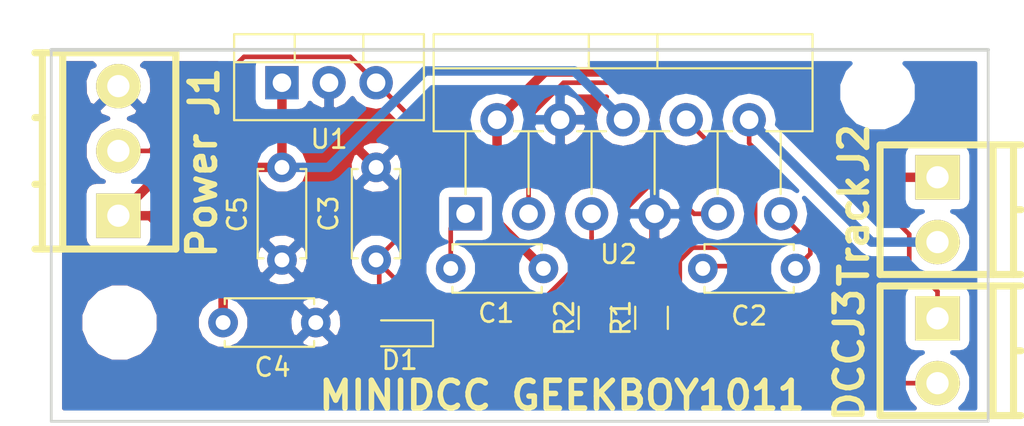
<source format=kicad_pcb>
(kicad_pcb (version 20170922) (host pcbnew "(2017-11-09 revision 87d06e526)-makepkg")

  (general
    (thickness 1.6)
    (drawings 5)
    (tracks 76)
    (zones 0)
    (modules 15)
    (nets 12)
  )

  (page A4)
  (layers
    (0 F.Cu signal)
    (31 B.Cu signal)
    (32 B.Adhes user)
    (33 F.Adhes user)
    (34 B.Paste user)
    (35 F.Paste user)
    (36 B.SilkS user)
    (37 F.SilkS user)
    (38 B.Mask user)
    (39 F.Mask user)
    (40 Dwgs.User user)
    (41 Cmts.User user)
    (42 Eco1.User user)
    (43 Eco2.User user)
    (44 Edge.Cuts user)
    (45 Margin user)
    (46 B.CrtYd user)
    (47 F.CrtYd user)
    (48 B.Fab user hide)
    (49 F.Fab user hide)
  )

  (setup
    (last_trace_width 0.25)
    (trace_clearance 0.2)
    (zone_clearance 0.508)
    (zone_45_only no)
    (trace_min 0.2)
    (segment_width 0.2)
    (edge_width 0.15)
    (via_size 0.8)
    (via_drill 0.4)
    (via_min_size 0.4)
    (via_min_drill 0.3)
    (uvia_size 0.3)
    (uvia_drill 0.1)
    (uvias_allowed no)
    (uvia_min_size 0.2)
    (uvia_min_drill 0.1)
    (pcb_text_width 0.3)
    (pcb_text_size 1.5 1.5)
    (mod_edge_width 0.15)
    (mod_text_size 1 1)
    (mod_text_width 0.15)
    (pad_size 1.524 1.524)
    (pad_drill 0.762)
    (pad_to_mask_clearance 0.2)
    (aux_axis_origin 0 0)
    (visible_elements FFFFFF7F)
    (pcbplotparams
      (layerselection 0x010fc_ffffffff)
      (usegerberextensions false)
      (usegerberattributes true)
      (usegerberadvancedattributes true)
      (creategerberjobfile true)
      (excludeedgelayer true)
      (linewidth 0.100000)
      (plotframeref false)
      (viasonmask false)
      (mode 1)
      (useauxorigin false)
      (hpglpennumber 1)
      (hpglpenspeed 20)
      (hpglpendiameter 15)
      (psnegative false)
      (psa4output false)
      (plotreference true)
      (plotvalue true)
      (plotinvisibletext false)
      (padsonsilk false)
      (subtractmaskfromsilk false)
      (outputformat 1)
      (mirror false)
      (drillshape 1)
      (scaleselection 1)
      (outputdirectory ""))
  )

  (net 0 "")
  (net 1 /Track1)
  (net 2 "Net-(C1-Pad1)")
  (net 3 "Net-(C2-Pad1)")
  (net 4 /Track2)
  (net 5 GND)
  (net 6 +5V)
  (net 7 +12V)
  (net 8 "Net-(R2-Pad2)")
  (net 9 /Current_Sense)
  (net 10 /Direction)
  (net 11 "Net-(D1-Pad1)")

  (net_class Default "This is the default net class."
    (clearance 0.2)
    (trace_width 0.25)
    (via_dia 0.8)
    (via_drill 0.4)
    (uvia_dia 0.3)
    (uvia_drill 0.1)
    (add_net +5V)
    (add_net /Current_Sense)
    (add_net /Direction)
    (add_net GND)
    (add_net "Net-(C1-Pad1)")
    (add_net "Net-(C2-Pad1)")
    (add_net "Net-(D1-Pad1)")
    (add_net "Net-(R2-Pad2)")
  )

  (net_class +12 ""
    (clearance 0.2)
    (trace_width 0.508)
    (via_dia 0.8)
    (via_drill 0.4)
    (uvia_dia 0.3)
    (uvia_drill 0.1)
    (add_net +12V)
    (add_net /Track1)
    (add_net /Track2)
  )

  (module w_conn_pt-1,5:pt_1,5-3-3,5-h (layer F.Cu) (tedit 0) (tstamp 5A30298D)
    (at 79.121 81.661 270)
    (descr "3-way 3.5mm pitch terminal block, Phoenix PT series")
    (path /5A2D97C5)
    (fp_text reference J1 (at -3.175 -5.334 270) (layer F.SilkS)
      (effects (font (size 1.5 1.5) (thickness 0.3)))
    )
    (fp_text value Power (at 2.413 -5.207 270) (layer F.SilkS)
      (effects (font (size 1.5 1.5) (thickness 0.3)))
    )
    (fp_line (start -1.8 3.4) (end -1.8 3.8) (layer F.SilkS) (width 0.381))
    (fp_line (start 1.8 3.4) (end 1.8 3.8) (layer F.SilkS) (width 0.381))
    (fp_line (start -5.3 2.3) (end 5.3 2.3) (layer F.SilkS) (width 0.381))
    (fp_line (start -5.3 3.4) (end 5.3 3.4) (layer F.SilkS) (width 0.381))
    (fp_line (start -5.3 -3.8) (end -5.3 3.8) (layer F.SilkS) (width 0.381))
    (fp_line (start 5.3 3.8) (end 5.3 -3.8) (layer F.SilkS) (width 0.381))
    (fp_line (start 5.3 -3.8) (end -5.3 -3.8) (layer F.SilkS) (width 0.381))
    (pad 2 thru_hole circle (at 0 -0.7 270) (size 2.4 2.4) (drill 1.2) (layers *.Cu *.Mask F.SilkS)
      (net 6 +5V))
    (pad 1 thru_hole rect (at 3.5 -0.7 270) (size 2.4 2.4) (drill 1.2) (layers *.Cu *.Mask F.SilkS)
      (net 7 +12V))
    (pad 3 thru_hole circle (at -3.5 -0.7 270) (size 2.4 2.4) (drill 1.2) (layers *.Cu *.Mask F.SilkS)
      (net 5 GND))
    (model walter/conn_pt-1_5/pt_1,5-3-3,5-h.wrl
      (at (xyz 0 0 0))
      (scale (xyz 1 1 1))
      (rotate (xyz 0 0 0))
    )
    (model ${KISYS3DMOD}/conn_pt-1_5.3dshapes/pt_1,5-3-3,5-h.wrl
      (at (xyz 0 0 0))
      (scale (xyz 1 1 1))
      (rotate (xyz 0 0 0))
    )
  )

  (module TO_SOT_Packages_THT:TO-220-11_Vertical_StaggeredType1 (layer F.Cu) (tedit 58CE52AC) (tstamp 5A2FD728)
    (at 98.552 85.058)
    (descr "TO-220-11, Vertical, RM 1.7mm, Multiwatt-11, staggered type-1")
    (tags "TO-220-11 Vertical RM 1.7mm Multiwatt-11 staggered type-1")
    (path /598F37E3)
    (fp_text reference U2 (at 8.255 2.191) (layer F.SilkS)
      (effects (font (size 1 1) (thickness 0.15)))
    )
    (fp_text value LMD18200T (at 19.558 -4.032 90) (layer F.Fab)
      (effects (font (size 1 1) (thickness 0.15)))
    )
    (fp_line (start 18.85 -9.83) (end -1.85 -9.83) (layer F.CrtYd) (width 0.05))
    (fp_line (start 18.85 1.16) (end 18.85 -9.83) (layer F.CrtYd) (width 0.05))
    (fp_line (start -1.85 1.16) (end 18.85 1.16) (layer F.CrtYd) (width 0.05))
    (fp_line (start -1.85 -9.83) (end -1.85 1.16) (layer F.CrtYd) (width 0.05))
    (fp_line (start 17 -4.459) (end 17 -1.065) (layer F.SilkS) (width 0.12))
    (fp_line (start 13.6 -4.459) (end 13.6 -1.065) (layer F.SilkS) (width 0.12))
    (fp_line (start 10.2 -4.459) (end 10.2 -1.065) (layer F.SilkS) (width 0.12))
    (fp_line (start 6.8 -4.459) (end 6.8 -1.065) (layer F.SilkS) (width 0.12))
    (fp_line (start 3.4 -4.459) (end 3.4 -1.065) (layer F.SilkS) (width 0.12))
    (fp_line (start 0 -4.459) (end 0 -1.05) (layer F.SilkS) (width 0.12))
    (fp_line (start 10.35 -9.7) (end 10.35 -7.86) (layer F.SilkS) (width 0.12))
    (fp_line (start 6.65 -9.7) (end 6.65 -7.86) (layer F.SilkS) (width 0.12))
    (fp_line (start -1.72 -7.86) (end 18.72 -7.86) (layer F.SilkS) (width 0.12))
    (fp_line (start 18.72 -9.7) (end 18.72 -4.459) (layer F.SilkS) (width 0.12))
    (fp_line (start -1.72 -9.7) (end -1.72 -4.459) (layer F.SilkS) (width 0.12))
    (fp_line (start 16.225 -4.459) (end 18.72 -4.459) (layer F.SilkS) (width 0.12))
    (fp_line (start 12.825 -4.459) (end 14.376 -4.459) (layer F.SilkS) (width 0.12))
    (fp_line (start 9.425 -4.459) (end 10.976 -4.459) (layer F.SilkS) (width 0.12))
    (fp_line (start 6.025 -4.459) (end 7.576 -4.459) (layer F.SilkS) (width 0.12))
    (fp_line (start 2.625 -4.459) (end 4.176 -4.459) (layer F.SilkS) (width 0.12))
    (fp_line (start -1.72 -4.459) (end 0.776 -4.459) (layer F.SilkS) (width 0.12))
    (fp_line (start -1.72 -9.7) (end 18.72 -9.7) (layer F.SilkS) (width 0.12))
    (fp_line (start 17 -4.58) (end 17 0) (layer F.Fab) (width 0.1))
    (fp_line (start 13.6 -4.58) (end 13.6 0) (layer F.Fab) (width 0.1))
    (fp_line (start 10.2 -4.58) (end 10.2 0) (layer F.Fab) (width 0.1))
    (fp_line (start 6.8 -4.58) (end 6.8 0) (layer F.Fab) (width 0.1))
    (fp_line (start 3.4 -4.58) (end 3.4 0) (layer F.Fab) (width 0.1))
    (fp_line (start 0 -4.58) (end 0 0) (layer F.Fab) (width 0.1))
    (fp_line (start 10.35 -9.58) (end 10.35 -7.98) (layer F.Fab) (width 0.1))
    (fp_line (start 6.65 -9.58) (end 6.65 -7.98) (layer F.Fab) (width 0.1))
    (fp_line (start -1.6 -7.98) (end 18.6 -7.98) (layer F.Fab) (width 0.1))
    (fp_line (start 18.6 -9.58) (end -1.6 -9.58) (layer F.Fab) (width 0.1))
    (fp_line (start 18.6 -4.58) (end 18.6 -9.58) (layer F.Fab) (width 0.1))
    (fp_line (start -1.6 -4.58) (end 18.6 -4.58) (layer F.Fab) (width 0.1))
    (fp_line (start -1.6 -9.58) (end -1.6 -4.58) (layer F.Fab) (width 0.1))
    (fp_text user %R (at 8.5 -10.7) (layer F.Fab)
      (effects (font (size 1 1) (thickness 0.15)))
    )
    (pad 11 thru_hole oval (at 17 0) (size 1.8 1.8) (drill 1) (layers *.Cu *.Mask)
      (net 3 "Net-(C2-Pad1)"))
    (pad 10 thru_hole oval (at 15.3 -5.08) (size 1.8 1.8) (drill 1) (layers *.Cu *.Mask)
      (net 4 /Track2))
    (pad 9 thru_hole oval (at 13.6 0) (size 1.8 1.8) (drill 1) (layers *.Cu *.Mask)
      (net 8 "Net-(R2-Pad2)"))
    (pad 8 thru_hole oval (at 11.9 -5.08) (size 1.8 1.8) (drill 1) (layers *.Cu *.Mask)
      (net 9 /Current_Sense))
    (pad 7 thru_hole oval (at 10.2 0) (size 1.8 1.8) (drill 1) (layers *.Cu *.Mask)
      (net 5 GND))
    (pad 6 thru_hole oval (at 8.5 -5.08) (size 1.8 1.8) (drill 1) (layers *.Cu *.Mask)
      (net 7 +12V))
    (pad 5 thru_hole oval (at 6.8 0) (size 1.8 1.8) (drill 1) (layers *.Cu *.Mask)
      (net 6 +5V))
    (pad 4 thru_hole oval (at 5.1 -5.08) (size 1.8 1.8) (drill 1) (layers *.Cu *.Mask)
      (net 5 GND))
    (pad 3 thru_hole oval (at 3.4 0) (size 1.8 1.8) (drill 1) (layers *.Cu *.Mask)
      (net 10 /Direction))
    (pad 2 thru_hole oval (at 1.7 -5.08) (size 1.8 1.8) (drill 1) (layers *.Cu *.Mask)
      (net 1 /Track1))
    (pad 1 thru_hole rect (at 0 0) (size 1.8 1.8) (drill 1) (layers *.Cu *.Mask)
      (net 2 "Net-(C1-Pad1)"))
    (model ${KISYS3DMOD}/TO_SOT_Packages_THT.3dshapes/TO-220-11_Vertical_StaggeredType1.wrl
      (at (xyz 0 0 0))
      (scale (xyz 1 1 1))
      (rotate (xyz 0 0 0))
    )
    (model ${KISYS3DMOD}/TO_SOT_Packages_THT.3dshapes/Multiwatt-11_Vertical_StaggeredType1.wrl
      (at (xyz 0 0 0))
      (scale (xyz 1 1 1))
      (rotate (xyz 0 0 0))
    )
  )

  (module Capacitors_THT:C_Disc_D4.7mm_W2.5mm_P5.00mm (layer F.Cu) (tedit 597BC7C2) (tstamp 5A2FDB9E)
    (at 116.352 88.011 180)
    (descr "C, Disc series, Radial, pin pitch=5.00mm, , diameter*width=4.7*2.5mm^2, Capacitor, http://www.vishay.com/docs/45233/krseries.pdf")
    (tags "C Disc series Radial pin pitch 5.00mm  diameter 4.7mm width 2.5mm Capacitor")
    (path /598F39E1)
    (fp_text reference C2 (at 2.5 -2.56 180) (layer F.SilkS)
      (effects (font (size 1 1) (thickness 0.15)))
    )
    (fp_text value 10nf (at 2.5 2.56 180) (layer F.Fab)
      (effects (font (size 1 1) (thickness 0.15)))
    )
    (fp_line (start 0.15 -1.25) (end 0.15 1.25) (layer F.Fab) (width 0.1))
    (fp_line (start 0.15 1.25) (end 4.85 1.25) (layer F.Fab) (width 0.1))
    (fp_line (start 4.85 1.25) (end 4.85 -1.25) (layer F.Fab) (width 0.1))
    (fp_line (start 4.85 -1.25) (end 0.15 -1.25) (layer F.Fab) (width 0.1))
    (fp_line (start 0.09 -1.31) (end 4.91 -1.31) (layer F.SilkS) (width 0.12))
    (fp_line (start 0.09 1.31) (end 4.91 1.31) (layer F.SilkS) (width 0.12))
    (fp_line (start 0.09 -1.31) (end 0.09 -0.996) (layer F.SilkS) (width 0.12))
    (fp_line (start 0.09 0.996) (end 0.09 1.31) (layer F.SilkS) (width 0.12))
    (fp_line (start 4.91 -1.31) (end 4.91 -0.996) (layer F.SilkS) (width 0.12))
    (fp_line (start 4.91 0.996) (end 4.91 1.31) (layer F.SilkS) (width 0.12))
    (fp_line (start -1.05 -1.6) (end -1.05 1.6) (layer F.CrtYd) (width 0.05))
    (fp_line (start -1.05 1.6) (end 6.05 1.6) (layer F.CrtYd) (width 0.05))
    (fp_line (start 6.05 1.6) (end 6.05 -1.6) (layer F.CrtYd) (width 0.05))
    (fp_line (start 6.05 -1.6) (end -1.05 -1.6) (layer F.CrtYd) (width 0.05))
    (fp_text user %R (at 2.5 0 180) (layer F.Fab)
      (effects (font (size 1 1) (thickness 0.15)))
    )
    (pad 1 thru_hole circle (at 0 0 180) (size 1.6 1.6) (drill 0.8) (layers *.Cu *.Mask)
      (net 3 "Net-(C2-Pad1)"))
    (pad 2 thru_hole circle (at 5 0 180) (size 1.6 1.6) (drill 0.8) (layers *.Cu *.Mask)
      (net 4 /Track2))
    (model ${KISYS3DMOD}/Capacitors_THT.3dshapes/C_Disc_D4.7mm_W2.5mm_P5.00mm.wrl
      (at (xyz 0 0 0))
      (scale (xyz 1 1 1))
      (rotate (xyz 0 0 0))
    )
  )

  (module Mounting_Holes:MountingHole_3mm (layer F.Cu) (tedit 5A2F3051) (tstamp 5A30272F)
    (at 79.883 90.932)
    (descr "Mounting Hole 3mm, no annular")
    (tags "mounting hole 3mm no annular")
    (attr virtual)
    (fp_text reference "" (at -6.223 -2.286) (layer F.SilkS)
      (effects (font (size 1 1) (thickness 0.15)))
    )
    (fp_text value MountingHole_3mm (at 0 4) (layer F.Fab)
      (effects (font (size 1 1) (thickness 0.15)))
    )
    (fp_circle (center 0 0) (end 3.25 0) (layer F.CrtYd) (width 0.05))
    (fp_circle (center 0 0) (end 3 0) (layer Cmts.User) (width 0.15))
    (fp_text user %R (at 0.3 0) (layer F.Fab)
      (effects (font (size 1 1) (thickness 0.15)))
    )
    (pad 1 np_thru_hole circle (at 0 0) (size 3 3) (drill 3) (layers *.Cu *.Mask))
  )

  (module Mounting_Holes:MountingHole_3mm (layer F.Cu) (tedit 5A2F3057) (tstamp 5A30257A)
    (at 120.777 78.486)
    (descr "Mounting Hole 3mm, no annular")
    (tags "mounting hole 3mm no annular")
    (attr virtual)
    (fp_text reference "" (at 0 -4) (layer F.SilkS)
      (effects (font (size 1 1) (thickness 0.15)))
    )
    (fp_text value MountingHole_3mm (at 0 4) (layer F.Fab)
      (effects (font (size 1 1) (thickness 0.15)))
    )
    (fp_text user %R (at 0.3 0) (layer F.Fab)
      (effects (font (size 1 1) (thickness 0.15)))
    )
    (fp_circle (center 0 0) (end 3 0) (layer Cmts.User) (width 0.15))
    (fp_circle (center 0 0) (end 3.25 0) (layer F.CrtYd) (width 0.05))
    (pad 1 np_thru_hole circle (at 0 0) (size 3 3) (drill 3) (layers *.Cu *.Mask))
  )

  (module Capacitors_THT:C_Disc_D4.7mm_W2.5mm_P5.00mm (layer F.Cu) (tedit 597BC7C2) (tstamp 5A2FDC03)
    (at 97.752 88.011)
    (descr "C, Disc series, Radial, pin pitch=5.00mm, , diameter*width=4.7*2.5mm^2, Capacitor, http://www.vishay.com/docs/45233/krseries.pdf")
    (tags "C Disc series Radial pin pitch 5.00mm  diameter 4.7mm width 2.5mm Capacitor")
    (path /598F399B)
    (fp_text reference C1 (at 2.451 2.413) (layer F.SilkS)
      (effects (font (size 1 1) (thickness 0.15)))
    )
    (fp_text value 10nf (at 2.5 2.56) (layer F.Fab)
      (effects (font (size 1 1) (thickness 0.15)))
    )
    (fp_text user %R (at 2.5 0) (layer F.Fab)
      (effects (font (size 1 1) (thickness 0.15)))
    )
    (fp_line (start 6.05 -1.6) (end -1.05 -1.6) (layer F.CrtYd) (width 0.05))
    (fp_line (start 6.05 1.6) (end 6.05 -1.6) (layer F.CrtYd) (width 0.05))
    (fp_line (start -1.05 1.6) (end 6.05 1.6) (layer F.CrtYd) (width 0.05))
    (fp_line (start -1.05 -1.6) (end -1.05 1.6) (layer F.CrtYd) (width 0.05))
    (fp_line (start 4.91 0.996) (end 4.91 1.31) (layer F.SilkS) (width 0.12))
    (fp_line (start 4.91 -1.31) (end 4.91 -0.996) (layer F.SilkS) (width 0.12))
    (fp_line (start 0.09 0.996) (end 0.09 1.31) (layer F.SilkS) (width 0.12))
    (fp_line (start 0.09 -1.31) (end 0.09 -0.996) (layer F.SilkS) (width 0.12))
    (fp_line (start 0.09 1.31) (end 4.91 1.31) (layer F.SilkS) (width 0.12))
    (fp_line (start 0.09 -1.31) (end 4.91 -1.31) (layer F.SilkS) (width 0.12))
    (fp_line (start 4.85 -1.25) (end 0.15 -1.25) (layer F.Fab) (width 0.1))
    (fp_line (start 4.85 1.25) (end 4.85 -1.25) (layer F.Fab) (width 0.1))
    (fp_line (start 0.15 1.25) (end 4.85 1.25) (layer F.Fab) (width 0.1))
    (fp_line (start 0.15 -1.25) (end 0.15 1.25) (layer F.Fab) (width 0.1))
    (pad 2 thru_hole circle (at 5 0) (size 1.6 1.6) (drill 0.8) (layers *.Cu *.Mask)
      (net 1 /Track1))
    (pad 1 thru_hole circle (at 0 0) (size 1.6 1.6) (drill 0.8) (layers *.Cu *.Mask)
      (net 2 "Net-(C1-Pad1)"))
    (model ${KISYS3DMOD}/Capacitors_THT.3dshapes/C_Disc_D4.7mm_W2.5mm_P5.00mm.wrl
      (at (xyz 0 0 0))
      (scale (xyz 1 1 1))
      (rotate (xyz 0 0 0))
    )
  )

  (module Capacitors_THT:C_Disc_D4.7mm_W2.5mm_P5.00mm (layer F.Cu) (tedit 597BC7C2) (tstamp 5A3017D3)
    (at 93.726 87.55 90)
    (descr "C, Disc series, Radial, pin pitch=5.00mm, , diameter*width=4.7*2.5mm^2, Capacitor, http://www.vishay.com/docs/45233/krseries.pdf")
    (tags "C Disc series Radial pin pitch 5.00mm  diameter 4.7mm width 2.5mm Capacitor")
    (path /5A2DBB14)
    (fp_text reference C3 (at 2.5 -2.56 90) (layer F.SilkS)
      (effects (font (size 1 1) (thickness 0.15)))
    )
    (fp_text value 100nf (at 2.5 2.56 90) (layer F.Fab)
      (effects (font (size 1 1) (thickness 0.15)))
    )
    (fp_text user %R (at 2.5 0 90) (layer F.Fab)
      (effects (font (size 1 1) (thickness 0.15)))
    )
    (fp_line (start 6.05 -1.6) (end -1.05 -1.6) (layer F.CrtYd) (width 0.05))
    (fp_line (start 6.05 1.6) (end 6.05 -1.6) (layer F.CrtYd) (width 0.05))
    (fp_line (start -1.05 1.6) (end 6.05 1.6) (layer F.CrtYd) (width 0.05))
    (fp_line (start -1.05 -1.6) (end -1.05 1.6) (layer F.CrtYd) (width 0.05))
    (fp_line (start 4.91 0.996) (end 4.91 1.31) (layer F.SilkS) (width 0.12))
    (fp_line (start 4.91 -1.31) (end 4.91 -0.996) (layer F.SilkS) (width 0.12))
    (fp_line (start 0.09 0.996) (end 0.09 1.31) (layer F.SilkS) (width 0.12))
    (fp_line (start 0.09 -1.31) (end 0.09 -0.996) (layer F.SilkS) (width 0.12))
    (fp_line (start 0.09 1.31) (end 4.91 1.31) (layer F.SilkS) (width 0.12))
    (fp_line (start 0.09 -1.31) (end 4.91 -1.31) (layer F.SilkS) (width 0.12))
    (fp_line (start 4.85 -1.25) (end 0.15 -1.25) (layer F.Fab) (width 0.1))
    (fp_line (start 4.85 1.25) (end 4.85 -1.25) (layer F.Fab) (width 0.1))
    (fp_line (start 0.15 1.25) (end 4.85 1.25) (layer F.Fab) (width 0.1))
    (fp_line (start 0.15 -1.25) (end 0.15 1.25) (layer F.Fab) (width 0.1))
    (pad 2 thru_hole circle (at 5 0 90) (size 1.6 1.6) (drill 0.8) (layers *.Cu *.Mask)
      (net 5 GND))
    (pad 1 thru_hole circle (at 0 0 90) (size 1.6 1.6) (drill 0.8) (layers *.Cu *.Mask)
      (net 6 +5V))
    (model ${KISYS3DMOD}/Capacitors_THT.3dshapes/C_Disc_D4.7mm_W2.5mm_P5.00mm.wrl
      (at (xyz 0 0 0))
      (scale (xyz 1 1 1))
      (rotate (xyz 0 0 0))
    )
  )

  (module Capacitors_THT:C_Disc_D4.7mm_W2.5mm_P5.00mm (layer F.Cu) (tedit 597BC7C2) (tstamp 5A3026E1)
    (at 85.471 90.932)
    (descr "C, Disc series, Radial, pin pitch=5.00mm, , diameter*width=4.7*2.5mm^2, Capacitor, http://www.vishay.com/docs/45233/krseries.pdf")
    (tags "C Disc series Radial pin pitch 5.00mm  diameter 4.7mm width 2.5mm Capacitor")
    (path /5A2DC31F)
    (fp_text reference C4 (at 2.667 2.413) (layer F.SilkS)
      (effects (font (size 1 1) (thickness 0.15)))
    )
    (fp_text value 1000uf (at 2.5 2.56) (layer F.Fab)
      (effects (font (size 1 1) (thickness 0.15)))
    )
    (fp_line (start 0.15 -1.25) (end 0.15 1.25) (layer F.Fab) (width 0.1))
    (fp_line (start 0.15 1.25) (end 4.85 1.25) (layer F.Fab) (width 0.1))
    (fp_line (start 4.85 1.25) (end 4.85 -1.25) (layer F.Fab) (width 0.1))
    (fp_line (start 4.85 -1.25) (end 0.15 -1.25) (layer F.Fab) (width 0.1))
    (fp_line (start 0.09 -1.31) (end 4.91 -1.31) (layer F.SilkS) (width 0.12))
    (fp_line (start 0.09 1.31) (end 4.91 1.31) (layer F.SilkS) (width 0.12))
    (fp_line (start 0.09 -1.31) (end 0.09 -0.996) (layer F.SilkS) (width 0.12))
    (fp_line (start 0.09 0.996) (end 0.09 1.31) (layer F.SilkS) (width 0.12))
    (fp_line (start 4.91 -1.31) (end 4.91 -0.996) (layer F.SilkS) (width 0.12))
    (fp_line (start 4.91 0.996) (end 4.91 1.31) (layer F.SilkS) (width 0.12))
    (fp_line (start -1.05 -1.6) (end -1.05 1.6) (layer F.CrtYd) (width 0.05))
    (fp_line (start -1.05 1.6) (end 6.05 1.6) (layer F.CrtYd) (width 0.05))
    (fp_line (start 6.05 1.6) (end 6.05 -1.6) (layer F.CrtYd) (width 0.05))
    (fp_line (start 6.05 -1.6) (end -1.05 -1.6) (layer F.CrtYd) (width 0.05))
    (fp_text user %R (at 2.5 0) (layer F.Fab)
      (effects (font (size 1 1) (thickness 0.15)))
    )
    (pad 1 thru_hole circle (at 0 0) (size 1.6 1.6) (drill 0.8) (layers *.Cu *.Mask)
      (net 7 +12V))
    (pad 2 thru_hole circle (at 5 0) (size 1.6 1.6) (drill 0.8) (layers *.Cu *.Mask)
      (net 5 GND))
    (model ${KISYS3DMOD}/Capacitors_THT.3dshapes/C_Disc_D4.7mm_W2.5mm_P5.00mm.wrl
      (at (xyz 0 0 0))
      (scale (xyz 1 1 1))
      (rotate (xyz 0 0 0))
    )
  )

  (module Capacitors_THT:C_Disc_D4.7mm_W2.5mm_P5.00mm (layer F.Cu) (tedit 597BC7C2) (tstamp 5A30286B)
    (at 88.646 82.55 270)
    (descr "C, Disc series, Radial, pin pitch=5.00mm, , diameter*width=4.7*2.5mm^2, Capacitor, http://www.vishay.com/docs/45233/krseries.pdf")
    (tags "C Disc series Radial pin pitch 5.00mm  diameter 4.7mm width 2.5mm Capacitor")
    (path /5A2DC812)
    (fp_text reference C5 (at 2.54 2.413 270) (layer F.SilkS)
      (effects (font (size 1 1) (thickness 0.15)))
    )
    (fp_text value 1uf (at 2.5 2.56 270) (layer F.Fab)
      (effects (font (size 1 1) (thickness 0.15)))
    )
    (fp_text user %R (at 2.5 0 270) (layer F.Fab)
      (effects (font (size 1 1) (thickness 0.15)))
    )
    (fp_line (start 6.05 -1.6) (end -1.05 -1.6) (layer F.CrtYd) (width 0.05))
    (fp_line (start 6.05 1.6) (end 6.05 -1.6) (layer F.CrtYd) (width 0.05))
    (fp_line (start -1.05 1.6) (end 6.05 1.6) (layer F.CrtYd) (width 0.05))
    (fp_line (start -1.05 -1.6) (end -1.05 1.6) (layer F.CrtYd) (width 0.05))
    (fp_line (start 4.91 0.996) (end 4.91 1.31) (layer F.SilkS) (width 0.12))
    (fp_line (start 4.91 -1.31) (end 4.91 -0.996) (layer F.SilkS) (width 0.12))
    (fp_line (start 0.09 0.996) (end 0.09 1.31) (layer F.SilkS) (width 0.12))
    (fp_line (start 0.09 -1.31) (end 0.09 -0.996) (layer F.SilkS) (width 0.12))
    (fp_line (start 0.09 1.31) (end 4.91 1.31) (layer F.SilkS) (width 0.12))
    (fp_line (start 0.09 -1.31) (end 4.91 -1.31) (layer F.SilkS) (width 0.12))
    (fp_line (start 4.85 -1.25) (end 0.15 -1.25) (layer F.Fab) (width 0.1))
    (fp_line (start 4.85 1.25) (end 4.85 -1.25) (layer F.Fab) (width 0.1))
    (fp_line (start 0.15 1.25) (end 4.85 1.25) (layer F.Fab) (width 0.1))
    (fp_line (start 0.15 -1.25) (end 0.15 1.25) (layer F.Fab) (width 0.1))
    (pad 2 thru_hole circle (at 5 0 270) (size 1.6 1.6) (drill 0.8) (layers *.Cu *.Mask)
      (net 5 GND))
    (pad 1 thru_hole circle (at 0 0 270) (size 1.6 1.6) (drill 0.8) (layers *.Cu *.Mask)
      (net 7 +12V))
    (model ${KISYS3DMOD}/Capacitors_THT.3dshapes/C_Disc_D4.7mm_W2.5mm_P5.00mm.wrl
      (at (xyz 0 0 0))
      (scale (xyz 1 1 1))
      (rotate (xyz 0 0 0))
    )
  )

  (module LEDs:LED_0805 (layer F.Cu) (tedit 59959803) (tstamp 5A301AA2)
    (at 94.996 91.514 180)
    (descr "LED 0805 smd package")
    (tags "LED led 0805 SMD smd SMT smt smdled SMDLED smtled SMTLED")
    (path /598F3BD0)
    (attr smd)
    (fp_text reference D1 (at 0 -1.45 180) (layer F.SilkS)
      (effects (font (size 1 1) (thickness 0.15)))
    )
    (fp_text value LED (at 0 1.55 180) (layer F.Fab)
      (effects (font (size 1 1) (thickness 0.15)))
    )
    (fp_text user %R (at 0 -1.25 180) (layer F.Fab)
      (effects (font (size 0.4 0.4) (thickness 0.1)))
    )
    (fp_line (start -1.95 -0.85) (end 1.95 -0.85) (layer F.CrtYd) (width 0.05))
    (fp_line (start -1.95 0.85) (end -1.95 -0.85) (layer F.CrtYd) (width 0.05))
    (fp_line (start 1.95 0.85) (end -1.95 0.85) (layer F.CrtYd) (width 0.05))
    (fp_line (start 1.95 -0.85) (end 1.95 0.85) (layer F.CrtYd) (width 0.05))
    (fp_line (start -1.8 -0.7) (end 1 -0.7) (layer F.SilkS) (width 0.12))
    (fp_line (start -1.8 0.7) (end 1 0.7) (layer F.SilkS) (width 0.12))
    (fp_line (start -1 0.6) (end -1 -0.6) (layer F.Fab) (width 0.1))
    (fp_line (start -1 -0.6) (end 1 -0.6) (layer F.Fab) (width 0.1))
    (fp_line (start 1 -0.6) (end 1 0.6) (layer F.Fab) (width 0.1))
    (fp_line (start 1 0.6) (end -1 0.6) (layer F.Fab) (width 0.1))
    (fp_line (start 0.2 -0.4) (end 0.2 0.4) (layer F.Fab) (width 0.1))
    (fp_line (start 0.2 0.4) (end -0.4 0) (layer F.Fab) (width 0.1))
    (fp_line (start -0.4 0) (end 0.2 -0.4) (layer F.Fab) (width 0.1))
    (fp_line (start -0.4 -0.4) (end -0.4 0.4) (layer F.Fab) (width 0.1))
    (fp_line (start -1.8 -0.7) (end -1.8 0.7) (layer F.SilkS) (width 0.12))
    (pad 1 smd rect (at -1.1 0) (size 1.2 1.2) (layers F.Cu F.Paste F.Mask)
      (net 11 "Net-(D1-Pad1)"))
    (pad 2 smd rect (at 1.1 0) (size 1.2 1.2) (layers F.Cu F.Paste F.Mask)
      (net 6 +5V))
    (model ${KISYS3DMOD}/LEDs.3dshapes/LED_0805.wrl
      (at (xyz 0 0 0))
      (scale (xyz 1 1 1))
      (rotate (xyz 0 0 180))
    )
  )

  (module w_conn_pt-1,5:pt_1,5-2-3,5-h (layer F.Cu) (tedit 0) (tstamp 5A3027C6)
    (at 124.714 84.836 90)
    (descr "2-way 3.5mm pitch terminal block, Phoenix PT series")
    (path /5A2D970D)
    (fp_text reference J2 (at 3.302 -5.207 90) (layer F.SilkS)
      (effects (font (size 1.5 1.5) (thickness 0.3)))
    )
    (fp_text value Track (at -1.143 -5.207 90) (layer F.SilkS)
      (effects (font (size 1.5 1.5) (thickness 0.3)))
    )
    (fp_line (start 3.5 -3.8) (end -3.5 -3.8) (layer F.SilkS) (width 0.381))
    (fp_line (start 3.5 3.8) (end 3.5 -3.8) (layer F.SilkS) (width 0.381))
    (fp_line (start -3.5 -3.8) (end -3.5 3.8) (layer F.SilkS) (width 0.381))
    (fp_line (start -3.5 3.4) (end 3.5 3.4) (layer F.SilkS) (width 0.381))
    (fp_line (start -3.5 2.3) (end 3.5 2.3) (layer F.SilkS) (width 0.381))
    (fp_line (start 0 3.4) (end 0 3.8) (layer F.SilkS) (width 0.381))
    (pad 1 thru_hole rect (at 1.75 -0.7 90) (size 2.4 2.4) (drill 1.2) (layers *.Cu *.Mask F.SilkS)
      (net 1 /Track1))
    (pad 2 thru_hole circle (at -1.75 -0.7 90) (size 2.4 2.4) (drill 1.2) (layers *.Cu *.Mask F.SilkS)
      (net 4 /Track2))
    (model walter/conn_pt-1_5/pt_1,5-2-3,5-h.wrl
      (at (xyz 0 0 0))
      (scale (xyz 1 1 1))
      (rotate (xyz 0 0 0))
    )
    (model ${KISYS3DMOD}/conn_pt-1_5.3dshapes/pt_1,5-2-3,5-h.wrl
      (at (xyz 0 0 0))
      (scale (xyz 1 1 1))
      (rotate (xyz 0 0 0))
    )
  )

  (module w_conn_pt-1,5:pt_1,5-2-3,5-h (layer F.Cu) (tedit 0) (tstamp 5A30278D)
    (at 124.714 92.456 90)
    (descr "2-way 3.5mm pitch terminal block, Phoenix PT series")
    (path /5A2D9689)
    (fp_text reference J3 (at 2.032 -5.461 90) (layer F.SilkS)
      (effects (font (size 1.5 1.5) (thickness 0.3)))
    )
    (fp_text value DCC (at -1.524 -5.461 90) (layer F.SilkS)
      (effects (font (size 1.5 1.5) (thickness 0.3)))
    )
    (fp_line (start 0 3.4) (end 0 3.8) (layer F.SilkS) (width 0.381))
    (fp_line (start -3.5 2.3) (end 3.5 2.3) (layer F.SilkS) (width 0.381))
    (fp_line (start -3.5 3.4) (end 3.5 3.4) (layer F.SilkS) (width 0.381))
    (fp_line (start -3.5 -3.8) (end -3.5 3.8) (layer F.SilkS) (width 0.381))
    (fp_line (start 3.5 3.8) (end 3.5 -3.8) (layer F.SilkS) (width 0.381))
    (fp_line (start 3.5 -3.8) (end -3.5 -3.8) (layer F.SilkS) (width 0.381))
    (pad 2 thru_hole circle (at -1.75 -0.7 90) (size 2.4 2.4) (drill 1.2) (layers *.Cu *.Mask F.SilkS)
      (net 9 /Current_Sense))
    (pad 1 thru_hole rect (at 1.75 -0.7 90) (size 2.4 2.4) (drill 1.2) (layers *.Cu *.Mask F.SilkS)
      (net 10 /Direction))
    (model walter/conn_pt-1_5/pt_1,5-2-3,5-h.wrl
      (at (xyz 0 0 0))
      (scale (xyz 1 1 1))
      (rotate (xyz 0 0 0))
    )
    (model ${KISYS3DMOD}/conn_pt-1_5.3dshapes/pt_1,5-2-3,5-h.wrl
      (at (xyz 0 0 0))
      (scale (xyz 1 1 1))
      (rotate (xyz 0 0 0))
    )
  )

  (module Resistors_SMD:R_0805 (layer F.Cu) (tedit 58E0A804) (tstamp 5A3019DC)
    (at 108.585 90.678 90)
    (descr "Resistor SMD 0805, reflow soldering, Vishay (see dcrcw.pdf)")
    (tags "resistor 0805")
    (path /598FCAFD)
    (attr smd)
    (fp_text reference R1 (at 0 -1.65 90) (layer F.SilkS)
      (effects (font (size 1 1) (thickness 0.15)))
    )
    (fp_text value 2.7KΩ (at -2.286 1.27 180) (layer F.Fab)
      (effects (font (size 1 1) (thickness 0.15)))
    )
    (fp_text user %R (at 0 0 90) (layer F.Fab)
      (effects (font (size 0.5 0.5) (thickness 0.075)))
    )
    (fp_line (start -1 0.62) (end -1 -0.62) (layer F.Fab) (width 0.1))
    (fp_line (start 1 0.62) (end -1 0.62) (layer F.Fab) (width 0.1))
    (fp_line (start 1 -0.62) (end 1 0.62) (layer F.Fab) (width 0.1))
    (fp_line (start -1 -0.62) (end 1 -0.62) (layer F.Fab) (width 0.1))
    (fp_line (start 0.6 0.88) (end -0.6 0.88) (layer F.SilkS) (width 0.12))
    (fp_line (start -0.6 -0.88) (end 0.6 -0.88) (layer F.SilkS) (width 0.12))
    (fp_line (start -1.55 -0.9) (end 1.55 -0.9) (layer F.CrtYd) (width 0.05))
    (fp_line (start -1.55 -0.9) (end -1.55 0.9) (layer F.CrtYd) (width 0.05))
    (fp_line (start 1.55 0.9) (end 1.55 -0.9) (layer F.CrtYd) (width 0.05))
    (fp_line (start 1.55 0.9) (end -1.55 0.9) (layer F.CrtYd) (width 0.05))
    (pad 1 smd rect (at -0.95 0 90) (size 0.7 1.3) (layers F.Cu F.Paste F.Mask)
      (net 9 /Current_Sense))
    (pad 2 smd rect (at 0.95 0 90) (size 0.7 1.3) (layers F.Cu F.Paste F.Mask)
      (net 5 GND))
    (model ${KISYS3DMOD}/Resistors_SMD.3dshapes/R_0805.wrl
      (at (xyz 0 0 0))
      (scale (xyz 1 1 1))
      (rotate (xyz 0 0 0))
    )
  )

  (module Resistors_SMD:R_0805 (layer F.Cu) (tedit 58E0A804) (tstamp 5A302809)
    (at 105.537 90.678 90)
    (descr "Resistor SMD 0805, reflow soldering, Vishay (see dcrcw.pdf)")
    (tags "resistor 0805")
    (path /598F3B8D)
    (attr smd)
    (fp_text reference R2 (at 0 -1.65 90) (layer F.SilkS)
      (effects (font (size 1 1) (thickness 0.15)))
    )
    (fp_text value 220Ω (at -2.286 -0.762 180) (layer F.Fab)
      (effects (font (size 1 1) (thickness 0.15)))
    )
    (fp_line (start 1.55 0.9) (end -1.55 0.9) (layer F.CrtYd) (width 0.05))
    (fp_line (start 1.55 0.9) (end 1.55 -0.9) (layer F.CrtYd) (width 0.05))
    (fp_line (start -1.55 -0.9) (end -1.55 0.9) (layer F.CrtYd) (width 0.05))
    (fp_line (start -1.55 -0.9) (end 1.55 -0.9) (layer F.CrtYd) (width 0.05))
    (fp_line (start -0.6 -0.88) (end 0.6 -0.88) (layer F.SilkS) (width 0.12))
    (fp_line (start 0.6 0.88) (end -0.6 0.88) (layer F.SilkS) (width 0.12))
    (fp_line (start -1 -0.62) (end 1 -0.62) (layer F.Fab) (width 0.1))
    (fp_line (start 1 -0.62) (end 1 0.62) (layer F.Fab) (width 0.1))
    (fp_line (start 1 0.62) (end -1 0.62) (layer F.Fab) (width 0.1))
    (fp_line (start -1 0.62) (end -1 -0.62) (layer F.Fab) (width 0.1))
    (fp_text user %R (at 0 0 90) (layer F.Fab)
      (effects (font (size 0.5 0.5) (thickness 0.075)))
    )
    (pad 2 smd rect (at 0.95 0 90) (size 0.7 1.3) (layers F.Cu F.Paste F.Mask)
      (net 8 "Net-(R2-Pad2)"))
    (pad 1 smd rect (at -0.95 0 90) (size 0.7 1.3) (layers F.Cu F.Paste F.Mask)
      (net 11 "Net-(D1-Pad1)"))
    (model ${KISYS3DMOD}/Resistors_SMD.3dshapes/R_0805.wrl
      (at (xyz 0 0 0))
      (scale (xyz 1 1 1))
      (rotate (xyz 0 0 0))
    )
  )

  (module TO_SOT_Packages_THT:TO-220-3_Vertical (layer F.Cu) (tedit 58CE52AD) (tstamp 5A2FD7A5)
    (at 88.646 77.978)
    (descr "TO-220-3, Vertical, RM 2.54mm")
    (tags "TO-220-3 Vertical RM 2.54mm")
    (path /5A2D8024)
    (fp_text reference U1 (at 2.54 3.048) (layer F.SilkS)
      (effects (font (size 1 1) (thickness 0.15)))
    )
    (fp_text value LM7805_TO220 (at 2.54 3.92) (layer F.Fab)
      (effects (font (size 1 1) (thickness 0.15)))
    )
    (fp_line (start 7.79 -2.75) (end -2.71 -2.75) (layer F.CrtYd) (width 0.05))
    (fp_line (start 7.79 2.16) (end 7.79 -2.75) (layer F.CrtYd) (width 0.05))
    (fp_line (start -2.71 2.16) (end 7.79 2.16) (layer F.CrtYd) (width 0.05))
    (fp_line (start -2.71 -2.75) (end -2.71 2.16) (layer F.CrtYd) (width 0.05))
    (fp_line (start 4.391 -2.62) (end 4.391 -1.11) (layer F.SilkS) (width 0.12))
    (fp_line (start 0.69 -2.62) (end 0.69 -1.11) (layer F.SilkS) (width 0.12))
    (fp_line (start -2.58 -1.11) (end 7.66 -1.11) (layer F.SilkS) (width 0.12))
    (fp_line (start 7.66 -2.62) (end 7.66 2.021) (layer F.SilkS) (width 0.12))
    (fp_line (start -2.58 -2.62) (end -2.58 2.021) (layer F.SilkS) (width 0.12))
    (fp_line (start -2.58 2.021) (end 7.66 2.021) (layer F.SilkS) (width 0.12))
    (fp_line (start -2.58 -2.62) (end 7.66 -2.62) (layer F.SilkS) (width 0.12))
    (fp_line (start 4.39 -2.5) (end 4.39 -1.23) (layer F.Fab) (width 0.1))
    (fp_line (start 0.69 -2.5) (end 0.69 -1.23) (layer F.Fab) (width 0.1))
    (fp_line (start -2.46 -1.23) (end 7.54 -1.23) (layer F.Fab) (width 0.1))
    (fp_line (start 7.54 -2.5) (end -2.46 -2.5) (layer F.Fab) (width 0.1))
    (fp_line (start 7.54 1.9) (end 7.54 -2.5) (layer F.Fab) (width 0.1))
    (fp_line (start -2.46 1.9) (end 7.54 1.9) (layer F.Fab) (width 0.1))
    (fp_line (start -2.46 -2.5) (end -2.46 1.9) (layer F.Fab) (width 0.1))
    (fp_text user %R (at 2.54 -3.62) (layer F.Fab)
      (effects (font (size 1 1) (thickness 0.15)))
    )
    (pad 3 thru_hole oval (at 5.08 0) (size 1.8 1.8) (drill 1) (layers *.Cu *.Mask)
      (net 6 +5V))
    (pad 2 thru_hole oval (at 2.54 0) (size 1.8 1.8) (drill 1) (layers *.Cu *.Mask)
      (net 5 GND))
    (pad 1 thru_hole rect (at 0 0) (size 1.8 1.8) (drill 1) (layers *.Cu *.Mask)
      (net 7 +12V))
    (model ${KISYS3DMOD}/TO_SOT_Packages_THT.3dshapes/TO-220-3_Vertical.wrl
      (at (xyz 0.1 0 0))
      (scale (xyz 0.393701 0.393701 0.393701))
      (rotate (xyz 0 0 0))
    )
    (model R:/kicad_libs/modules/packages3d/walter/to/to220_std.wrl
      (at (xyz 0.1 0 -0.075))
      (scale (xyz 1 1 1))
      (rotate (xyz 0 0 0))
    )
  )

  (gr_text "MINIDCC GEEKBOY1011\n" (at 103.759 94.869) (layer F.SilkS)
    (effects (font (size 1.5 1.5) (thickness 0.3)))
  )
  (gr_line (start 76.2 96.266) (end 126.746 96.266) (layer Edge.Cuts) (width 0.15) (tstamp 5A3029D6))
  (gr_line (start 126.746 76.2) (end 126.746 96.266) (layer Edge.Cuts) (width 0.15))
  (gr_line (start 76.2 76.2) (end 76.2 96.266) (layer Edge.Cuts) (width 0.15))
  (gr_line (start 76.2 76.2) (end 126.746 76.2) (layer Edge.Cuts) (width 0.2) (tstamp 5A2FD560))

  (segment (start 100.252 79.978) (end 100.252 85.511) (width 0.508) (layer F.Cu) (net 1))
  (segment (start 100.252 85.511) (end 102.752 88.011) (width 0.508) (layer F.Cu) (net 1))
  (segment (start 124.014 83.086) (end 120.226842 83.086) (width 0.508) (layer F.Cu) (net 1))
  (segment (start 120.226842 83.086) (end 114.539833 77.39899) (width 0.508) (layer F.Cu) (net 1))
  (segment (start 114.539833 77.39899) (end 102.83101 77.39899) (width 0.508) (layer F.Cu) (net 1))
  (segment (start 102.83101 77.39899) (end 101.151999 79.078001) (width 0.508) (layer F.Cu) (net 1))
  (segment (start 101.151999 79.078001) (end 100.252 79.978) (width 0.508) (layer F.Cu) (net 1))
  (segment (start 97.752 88.011) (end 97.752 85.858) (width 0.25) (layer F.Cu) (net 2))
  (segment (start 97.752 85.858) (end 98.552 85.058) (width 0.25) (layer F.Cu) (net 2))
  (segment (start 115.552 85.058) (end 117.151999 86.657999) (width 0.25) (layer F.Cu) (net 3))
  (segment (start 117.151999 86.657999) (end 117.151999 87.211001) (width 0.25) (layer F.Cu) (net 3))
  (segment (start 117.151999 87.211001) (end 116.352 88.011) (width 0.25) (layer F.Cu) (net 3))
  (segment (start 124.014 86.586) (end 120.46 86.586) (width 0.508) (layer B.Cu) (net 4))
  (segment (start 120.46 86.586) (end 113.852 79.978) (width 0.508) (layer B.Cu) (net 4))
  (segment (start 111.479 87.884) (end 113.538 87.884) (width 0.25) (layer F.Cu) (net 4))
  (segment (start 114.173 81.571792) (end 114.173 87.249) (width 0.25) (layer F.Cu) (net 4))
  (segment (start 114.173 87.249) (end 113.538 87.884) (width 0.25) (layer F.Cu) (net 4))
  (segment (start 113.852 79.978) (end 113.852 81.250792) (width 0.25) (layer F.Cu) (net 4))
  (segment (start 113.852 81.250792) (end 114.173 81.571792) (width 0.25) (layer F.Cu) (net 4))
  (segment (start 111.352 88.011) (end 111.479 87.884) (width 0.25) (layer F.Cu) (net 4))
  (segment (start 114.173 80.299) (end 113.852 79.978) (width 0.25) (layer F.Cu) (net 4))
  (segment (start 108.585 89.728) (end 108.585 85.225) (width 0.25) (layer F.Cu) (net 5))
  (segment (start 108.585 85.225) (end 108.752 85.058) (width 0.25) (layer F.Cu) (net 5))
  (segment (start 81.518056 81.661) (end 86.598056 76.581) (width 0.25) (layer F.Cu) (net 6))
  (segment (start 79.821 81.661) (end 81.518056 81.661) (width 0.25) (layer F.Cu) (net 6))
  (segment (start 95.885 80.137) (end 95.885 85.391) (width 0.25) (layer F.Cu) (net 6))
  (segment (start 95.885 85.391) (end 93.726 87.55) (width 0.25) (layer F.Cu) (net 6))
  (segment (start 93.726 77.978) (end 95.885 80.137) (width 0.25) (layer F.Cu) (net 6))
  (segment (start 93.896 91.514) (end 93.896 87.72) (width 0.25) (layer F.Cu) (net 6))
  (segment (start 93.896 87.72) (end 93.726 87.55) (width 0.25) (layer F.Cu) (net 6))
  (segment (start 95.838 89.662) (end 102.766002 89.662) (width 0.25) (layer F.Cu) (net 6))
  (segment (start 102.766002 89.662) (end 105.352 87.076002) (width 0.25) (layer F.Cu) (net 6))
  (segment (start 105.352 87.076002) (end 105.352 86.330792) (width 0.25) (layer F.Cu) (net 6))
  (segment (start 105.352 86.330792) (end 105.352 85.058) (width 0.25) (layer F.Cu) (net 6))
  (segment (start 93.726 87.55) (end 95.838 89.662) (width 0.25) (layer F.Cu) (net 6))
  (segment (start 86.598056 76.581) (end 92.329 76.581) (width 0.25) (layer F.Cu) (net 6))
  (segment (start 92.329 76.581) (end 93.726 77.978) (width 0.25) (layer F.Cu) (net 6))
  (segment (start 88.646 82.55) (end 82.432 82.55) (width 0.508) (layer F.Cu) (net 7))
  (segment (start 82.432 82.55) (end 79.821 85.161) (width 0.508) (layer F.Cu) (net 7))
  (segment (start 107.052 79.978) (end 104.417 77.343) (width 0.508) (layer B.Cu) (net 7))
  (segment (start 104.417 77.343) (end 96.364922 77.343) (width 0.508) (layer B.Cu) (net 7))
  (segment (start 96.364922 77.343) (end 91.157922 82.55) (width 0.508) (layer B.Cu) (net 7))
  (segment (start 91.157922 82.55) (end 89.77737 82.55) (width 0.508) (layer B.Cu) (net 7))
  (segment (start 89.77737 82.55) (end 88.646 82.55) (width 0.508) (layer B.Cu) (net 7))
  (segment (start 88.646 82.55) (end 88.646 77.978) (width 0.508) (layer F.Cu) (net 7))
  (segment (start 79.821 85.161) (end 81.529 85.161) (width 0.508) (layer F.Cu) (net 7))
  (segment (start 81.529 85.161) (end 85.471 89.103) (width 0.508) (layer F.Cu) (net 7))
  (segment (start 85.471 89.103) (end 85.471 89.80063) (width 0.508) (layer F.Cu) (net 7))
  (segment (start 85.471 89.80063) (end 85.471 90.932) (width 0.508) (layer F.Cu) (net 7))
  (segment (start 106.934 85.062998) (end 106.934 87.731) (width 0.25) (layer F.Cu) (net 8))
  (segment (start 106.934 87.731) (end 105.537 89.128) (width 0.25) (layer F.Cu) (net 8))
  (segment (start 105.537 89.128) (end 105.537 89.728) (width 0.25) (layer F.Cu) (net 8))
  (segment (start 109.387208 83.566) (end 108.430998 83.566) (width 0.25) (layer F.Cu) (net 8))
  (segment (start 108.430998 83.566) (end 106.934 85.062998) (width 0.25) (layer F.Cu) (net 8))
  (segment (start 112.152 85.058) (end 110.879208 85.058) (width 0.25) (layer F.Cu) (net 8))
  (segment (start 110.879208 85.058) (end 109.387208 83.566) (width 0.25) (layer F.Cu) (net 8))
  (segment (start 110.109 87.588998) (end 110.109 90.404) (width 0.25) (layer F.Cu) (net 9))
  (segment (start 110.109 90.404) (end 108.885 91.628) (width 0.25) (layer F.Cu) (net 9))
  (segment (start 108.885 91.628) (end 108.585 91.628) (width 0.25) (layer F.Cu) (net 9))
  (segment (start 113.012001 86.885999) (end 110.811999 86.885999) (width 0.25) (layer F.Cu) (net 9))
  (segment (start 113.72299 86.17501) (end 113.012001 86.885999) (width 0.25) (layer F.Cu) (net 9))
  (segment (start 110.811999 86.885999) (end 110.109 87.588998) (width 0.25) (layer F.Cu) (net 9))
  (segment (start 110.452 79.978) (end 113.72299 83.24899) (width 0.25) (layer F.Cu) (net 9))
  (segment (start 113.72299 83.24899) (end 113.72299 86.17501) (width 0.25) (layer F.Cu) (net 9))
  (segment (start 108.585 92.228) (end 110.563 94.206) (width 0.25) (layer F.Cu) (net 9))
  (segment (start 108.585 91.628) (end 108.585 92.228) (width 0.25) (layer F.Cu) (net 9))
  (segment (start 110.563 94.206) (end 124.014 94.206) (width 0.25) (layer F.Cu) (net 9))
  (segment (start 101.952 85.058) (end 101.952 79.864998) (width 0.25) (layer F.Cu) (net 10))
  (segment (start 101.952 79.864998) (end 103.838998 77.978) (width 0.25) (layer F.Cu) (net 10))
  (segment (start 122.488999 87.730999) (end 124.014 89.256) (width 0.25) (layer F.Cu) (net 10))
  (segment (start 103.838998 77.978) (end 114.3 77.978) (width 0.25) (layer F.Cu) (net 10))
  (segment (start 114.3 77.978) (end 122.488999 86.166999) (width 0.25) (layer F.Cu) (net 10))
  (segment (start 122.488999 86.166999) (end 122.488999 87.730999) (width 0.25) (layer F.Cu) (net 10))
  (segment (start 124.014 89.256) (end 124.014 90.706) (width 0.25) (layer F.Cu) (net 10))
  (segment (start 96.096 91.514) (end 105.423 91.514) (width 0.25) (layer F.Cu) (net 11))
  (segment (start 105.423 91.514) (end 105.537 91.628) (width 0.25) (layer F.Cu) (net 11))

  (zone (net 5) (net_name GND) (layer B.Cu) (tstamp 0) (hatch edge 0.508)
    (connect_pads (clearance 0.508))
    (min_thickness 0.254)
    (fill yes (arc_segments 16) (thermal_gap 0.508) (thermal_bridge_width 0.508))
    (polygon
      (pts
        (xy 76.2 76.2) (xy 76.2 96.266) (xy 126.746 96.266) (xy 126.746 76.2)
      )
    )
    (filled_polygon
      (pts
        (xy 78.523823 77.043431) (xy 78.236212 77.166565) (xy 77.976293 77.848734) (xy 77.997214 78.578443) (xy 78.236212 79.155435)
        (xy 78.523825 79.27857) (xy 79.641395 78.161) (xy 79.627253 78.146858) (xy 79.806858 77.967253) (xy 79.821 77.981395)
        (xy 79.835143 77.967253) (xy 80.014748 78.146858) (xy 80.000605 78.161) (xy 81.118175 79.27857) (xy 81.405788 79.155435)
        (xy 81.665707 78.473266) (xy 81.644786 77.743557) (xy 81.405788 77.166565) (xy 81.118177 77.043431) (xy 81.226608 76.935)
        (xy 87.127004 76.935) (xy 87.09856 77.078) (xy 87.09856 78.878) (xy 87.147843 79.125765) (xy 87.288191 79.335809)
        (xy 87.498235 79.476157) (xy 87.746 79.52544) (xy 89.546 79.52544) (xy 89.793765 79.476157) (xy 90.003809 79.335809)
        (xy 90.144157 79.125765) (xy 90.153359 79.079502) (xy 90.278424 79.215966) (xy 90.821258 79.469046) (xy 91.059 79.348997)
        (xy 91.059 78.105) (xy 91.039 78.105) (xy 91.039 77.851) (xy 91.059 77.851) (xy 91.059 77.831)
        (xy 91.313 77.831) (xy 91.313 77.851) (xy 91.333 77.851) (xy 91.333 78.105) (xy 91.313 78.105)
        (xy 91.313 79.348997) (xy 91.550742 79.469046) (xy 92.093576 79.215966) (xy 92.451499 78.825418) (xy 92.610519 79.063409)
        (xy 93.076152 79.374534) (xy 90.789686 81.661) (xy 89.786178 81.661) (xy 89.459923 81.334176) (xy 88.932691 81.11525)
        (xy 88.361813 81.114752) (xy 87.8342 81.332757) (xy 87.430176 81.736077) (xy 87.21125 82.263309) (xy 87.210752 82.834187)
        (xy 87.428757 83.3618) (xy 87.832077 83.765824) (xy 88.359309 83.98475) (xy 88.930187 83.985248) (xy 89.4578 83.767243)
        (xy 89.667663 83.557745) (xy 92.897861 83.557745) (xy 92.971995 83.803864) (xy 93.509223 83.996965) (xy 94.079454 83.969778)
        (xy 94.480005 83.803864) (xy 94.554139 83.557745) (xy 93.726 82.729605) (xy 92.897861 83.557745) (xy 89.667663 83.557745)
        (xy 89.786616 83.439) (xy 91.157922 83.439) (xy 91.498128 83.371329) (xy 91.78654 83.178618) (xy 92.295095 82.670063)
        (xy 92.306222 82.903454) (xy 92.472136 83.304005) (xy 92.718255 83.378139) (xy 93.546395 82.55) (xy 93.905605 82.55)
        (xy 94.733745 83.378139) (xy 94.979864 83.304005) (xy 95.172965 82.766777) (xy 95.145778 82.196546) (xy 94.979864 81.795995)
        (xy 94.733745 81.721861) (xy 93.905605 82.55) (xy 93.546395 82.55) (xy 93.532252 82.535858) (xy 93.711858 82.356252)
        (xy 93.726 82.370395) (xy 94.554139 81.542255) (xy 94.480005 81.296136) (xy 93.942777 81.103035) (xy 93.858085 81.107073)
        (xy 94.987158 79.978) (xy 98.686928 79.978) (xy 98.803773 80.565419) (xy 99.136519 81.063409) (xy 99.634509 81.396155)
        (xy 100.221928 81.513) (xy 100.282072 81.513) (xy 100.869491 81.396155) (xy 101.367481 81.063409) (xy 101.700227 80.565419)
        (xy 101.74452 80.34274) (xy 102.160964 80.34274) (xy 102.33976 80.774417) (xy 102.744424 81.215966) (xy 103.287258 81.469046)
        (xy 103.525 81.348997) (xy 103.525 80.105) (xy 103.779 80.105) (xy 103.779 81.348997) (xy 104.016742 81.469046)
        (xy 104.559576 81.215966) (xy 104.96424 80.774417) (xy 105.143036 80.34274) (xy 105.022378 80.105) (xy 103.779 80.105)
        (xy 103.525 80.105) (xy 102.281622 80.105) (xy 102.160964 80.34274) (xy 101.74452 80.34274) (xy 101.817072 79.978)
        (xy 101.744521 79.61326) (xy 102.160964 79.61326) (xy 102.281622 79.851) (xy 103.525 79.851) (xy 103.525 78.607003)
        (xy 103.287258 78.486954) (xy 102.744424 78.740034) (xy 102.33976 79.181583) (xy 102.160964 79.61326) (xy 101.744521 79.61326)
        (xy 101.700227 79.390581) (xy 101.367481 78.892591) (xy 100.869491 78.559845) (xy 100.282072 78.443) (xy 100.221928 78.443)
        (xy 99.634509 78.559845) (xy 99.136519 78.892591) (xy 98.803773 79.390581) (xy 98.686928 79.978) (xy 94.987158 79.978)
        (xy 96.733158 78.232) (xy 104.048764 78.232) (xy 104.554372 78.737608) (xy 104.016742 78.486954) (xy 103.779 78.607003)
        (xy 103.779 79.851) (xy 105.022378 79.851) (xy 105.143036 79.61326) (xy 104.96424 79.181583) (xy 104.590053 78.773289)
        (xy 105.538001 79.721237) (xy 105.486928 79.978) (xy 105.603773 80.565419) (xy 105.936519 81.063409) (xy 106.434509 81.396155)
        (xy 107.021928 81.513) (xy 107.082072 81.513) (xy 107.669491 81.396155) (xy 108.167481 81.063409) (xy 108.500227 80.565419)
        (xy 108.617072 79.978) (xy 108.886928 79.978) (xy 109.003773 80.565419) (xy 109.336519 81.063409) (xy 109.834509 81.396155)
        (xy 110.421928 81.513) (xy 110.482072 81.513) (xy 111.069491 81.396155) (xy 111.567481 81.063409) (xy 111.900227 80.565419)
        (xy 112.017072 79.978) (xy 112.286928 79.978) (xy 112.403773 80.565419) (xy 112.736519 81.063409) (xy 113.234509 81.396155)
        (xy 113.821928 81.513) (xy 113.882072 81.513) (xy 114.088669 81.471905) (xy 116.432035 83.815271) (xy 116.169491 83.639845)
        (xy 115.582072 83.523) (xy 115.521928 83.523) (xy 114.934509 83.639845) (xy 114.436519 83.972591) (xy 114.103773 84.470581)
        (xy 113.986928 85.058) (xy 114.103773 85.645419) (xy 114.436519 86.143409) (xy 114.934509 86.476155) (xy 115.521928 86.593)
        (xy 115.582072 86.593) (xy 116.169491 86.476155) (xy 116.667481 86.143409) (xy 117.000227 85.645419) (xy 117.117072 85.058)
        (xy 117.000227 84.470581) (xy 116.824801 84.208037) (xy 119.831382 87.214618) (xy 120.119794 87.407329) (xy 120.46 87.475)
        (xy 122.395854 87.475) (xy 122.457455 87.624086) (xy 122.973199 88.14073) (xy 123.647395 88.420681) (xy 124.377403 88.421318)
        (xy 125.052086 88.142545) (xy 125.56873 87.626801) (xy 125.848681 86.952605) (xy 125.849318 86.222597) (xy 125.570545 85.547914)
        (xy 125.054801 85.03127) (xy 124.819201 84.93344) (xy 125.214 84.93344) (xy 125.461765 84.884157) (xy 125.671809 84.743809)
        (xy 125.812157 84.533765) (xy 125.86144 84.286) (xy 125.86144 81.886) (xy 125.812157 81.638235) (xy 125.671809 81.428191)
        (xy 125.461765 81.287843) (xy 125.214 81.23856) (xy 122.814 81.23856) (xy 122.566235 81.287843) (xy 122.356191 81.428191)
        (xy 122.215843 81.638235) (xy 122.16656 81.886) (xy 122.16656 84.286) (xy 122.215843 84.533765) (xy 122.356191 84.743809)
        (xy 122.566235 84.884157) (xy 122.814 84.93344) (xy 123.208288 84.93344) (xy 122.975914 85.029455) (xy 122.45927 85.545199)
        (xy 122.396237 85.697) (xy 120.828236 85.697) (xy 115.365999 80.234763) (xy 115.417072 79.978) (xy 115.300227 79.390581)
        (xy 114.967481 78.892591) (xy 114.469491 78.559845) (xy 113.882072 78.443) (xy 113.821928 78.443) (xy 113.234509 78.559845)
        (xy 112.736519 78.892591) (xy 112.403773 79.390581) (xy 112.286928 79.978) (xy 112.017072 79.978) (xy 111.900227 79.390581)
        (xy 111.567481 78.892591) (xy 111.069491 78.559845) (xy 110.482072 78.443) (xy 110.421928 78.443) (xy 109.834509 78.559845)
        (xy 109.336519 78.892591) (xy 109.003773 79.390581) (xy 108.886928 79.978) (xy 108.617072 79.978) (xy 108.500227 79.390581)
        (xy 108.167481 78.892591) (xy 107.669491 78.559845) (xy 107.082072 78.443) (xy 107.021928 78.443) (xy 106.815331 78.484095)
        (xy 105.266236 76.935) (xy 119.308726 76.935) (xy 118.968091 77.275041) (xy 118.642372 78.059459) (xy 118.64163 78.908815)
        (xy 118.96598 79.6938) (xy 119.566041 80.294909) (xy 120.350459 80.620628) (xy 121.199815 80.62137) (xy 121.9848 80.29702)
        (xy 122.585909 79.696959) (xy 122.911628 78.912541) (xy 122.91237 78.063185) (xy 122.58802 77.2782) (xy 122.245418 76.935)
        (xy 126.036 76.935) (xy 126.036 95.556) (xy 125.258991 95.556) (xy 125.56873 95.246801) (xy 125.848681 94.572605)
        (xy 125.849318 93.842597) (xy 125.570545 93.167914) (xy 125.054801 92.65127) (xy 124.819201 92.55344) (xy 125.214 92.55344)
        (xy 125.461765 92.504157) (xy 125.671809 92.363809) (xy 125.812157 92.153765) (xy 125.86144 91.906) (xy 125.86144 89.506)
        (xy 125.812157 89.258235) (xy 125.671809 89.048191) (xy 125.461765 88.907843) (xy 125.214 88.85856) (xy 122.814 88.85856)
        (xy 122.566235 88.907843) (xy 122.356191 89.048191) (xy 122.215843 89.258235) (xy 122.16656 89.506) (xy 122.16656 91.906)
        (xy 122.215843 92.153765) (xy 122.356191 92.363809) (xy 122.566235 92.504157) (xy 122.814 92.55344) (xy 123.208288 92.55344)
        (xy 122.975914 92.649455) (xy 122.45927 93.165199) (xy 122.179319 93.839395) (xy 122.178682 94.569403) (xy 122.457455 95.244086)
        (xy 122.768826 95.556) (xy 76.91 95.556) (xy 76.91 91.354815) (xy 77.74763 91.354815) (xy 78.07198 92.1398)
        (xy 78.672041 92.740909) (xy 79.456459 93.066628) (xy 80.305815 93.06737) (xy 81.0908 92.74302) (xy 81.691909 92.142959)
        (xy 82.017628 91.358541) (xy 82.017752 91.216187) (xy 84.035752 91.216187) (xy 84.253757 91.7438) (xy 84.657077 92.147824)
        (xy 85.184309 92.36675) (xy 85.755187 92.367248) (xy 86.2828 92.149243) (xy 86.492663 91.939745) (xy 89.642861 91.939745)
        (xy 89.716995 92.185864) (xy 90.254223 92.378965) (xy 90.824454 92.351778) (xy 91.225005 92.185864) (xy 91.299139 91.939745)
        (xy 90.471 91.111605) (xy 89.642861 91.939745) (xy 86.492663 91.939745) (xy 86.686824 91.745923) (xy 86.90575 91.218691)
        (xy 86.906189 90.715223) (xy 89.024035 90.715223) (xy 89.051222 91.285454) (xy 89.217136 91.686005) (xy 89.463255 91.760139)
        (xy 90.291395 90.932) (xy 90.650605 90.932) (xy 91.478745 91.760139) (xy 91.724864 91.686005) (xy 91.917965 91.148777)
        (xy 91.890778 90.578546) (xy 91.724864 90.177995) (xy 91.478745 90.103861) (xy 90.650605 90.932) (xy 90.291395 90.932)
        (xy 89.463255 90.103861) (xy 89.217136 90.177995) (xy 89.024035 90.715223) (xy 86.906189 90.715223) (xy 86.906248 90.647813)
        (xy 86.688243 90.1202) (xy 86.49264 89.924255) (xy 89.642861 89.924255) (xy 90.471 90.752395) (xy 91.299139 89.924255)
        (xy 91.225005 89.678136) (xy 90.687777 89.485035) (xy 90.117546 89.512222) (xy 89.716995 89.678136) (xy 89.642861 89.924255)
        (xy 86.49264 89.924255) (xy 86.284923 89.716176) (xy 85.757691 89.49725) (xy 85.186813 89.496752) (xy 84.6592 89.714757)
        (xy 84.255176 90.118077) (xy 84.03625 90.645309) (xy 84.035752 91.216187) (xy 82.017752 91.216187) (xy 82.01837 90.509185)
        (xy 81.69402 89.7242) (xy 81.093959 89.123091) (xy 80.309541 88.797372) (xy 79.460185 88.79663) (xy 78.6752 89.12098)
        (xy 78.074091 89.721041) (xy 77.748372 90.505459) (xy 77.74763 91.354815) (xy 76.91 91.354815) (xy 76.91 88.557745)
        (xy 87.817861 88.557745) (xy 87.891995 88.803864) (xy 88.429223 88.996965) (xy 88.999454 88.969778) (xy 89.400005 88.803864)
        (xy 89.474139 88.557745) (xy 88.646 87.729605) (xy 87.817861 88.557745) (xy 76.91 88.557745) (xy 76.91 87.333223)
        (xy 87.199035 87.333223) (xy 87.226222 87.903454) (xy 87.392136 88.304005) (xy 87.638255 88.378139) (xy 88.466395 87.55)
        (xy 88.825605 87.55) (xy 89.653745 88.378139) (xy 89.899864 88.304005) (xy 90.068735 87.834187) (xy 92.290752 87.834187)
        (xy 92.508757 88.3618) (xy 92.912077 88.765824) (xy 93.439309 88.98475) (xy 94.010187 88.985248) (xy 94.5378 88.767243)
        (xy 94.941824 88.363923) (xy 94.970365 88.295187) (xy 96.316752 88.295187) (xy 96.534757 88.8228) (xy 96.938077 89.226824)
        (xy 97.465309 89.44575) (xy 98.036187 89.446248) (xy 98.5638 89.228243) (xy 98.967824 88.824923) (xy 99.18675 88.297691)
        (xy 99.186752 88.295187) (xy 101.316752 88.295187) (xy 101.534757 88.8228) (xy 101.938077 89.226824) (xy 102.465309 89.44575)
        (xy 103.036187 89.446248) (xy 103.5638 89.228243) (xy 103.967824 88.824923) (xy 104.18675 88.297691) (xy 104.186752 88.295187)
        (xy 109.916752 88.295187) (xy 110.134757 88.8228) (xy 110.538077 89.226824) (xy 111.065309 89.44575) (xy 111.636187 89.446248)
        (xy 112.1638 89.228243) (xy 112.567824 88.824923) (xy 112.78675 88.297691) (xy 112.786752 88.295187) (xy 114.916752 88.295187)
        (xy 115.134757 88.8228) (xy 115.538077 89.226824) (xy 116.065309 89.44575) (xy 116.636187 89.446248) (xy 117.1638 89.228243)
        (xy 117.567824 88.824923) (xy 117.78675 88.297691) (xy 117.787248 87.726813) (xy 117.569243 87.1992) (xy 117.165923 86.795176)
        (xy 116.638691 86.57625) (xy 116.067813 86.575752) (xy 115.5402 86.793757) (xy 115.136176 87.197077) (xy 114.91725 87.724309)
        (xy 114.916752 88.295187) (xy 112.786752 88.295187) (xy 112.787248 87.726813) (xy 112.569243 87.1992) (xy 112.165923 86.795176)
        (xy 111.638691 86.57625) (xy 111.067813 86.575752) (xy 110.5402 86.793757) (xy 110.136176 87.197077) (xy 109.91725 87.724309)
        (xy 109.916752 88.295187) (xy 104.186752 88.295187) (xy 104.187248 87.726813) (xy 103.969243 87.1992) (xy 103.565923 86.795176)
        (xy 103.038691 86.57625) (xy 102.467813 86.575752) (xy 101.9402 86.793757) (xy 101.536176 87.197077) (xy 101.31725 87.724309)
        (xy 101.316752 88.295187) (xy 99.186752 88.295187) (xy 99.187248 87.726813) (xy 98.969243 87.1992) (xy 98.565923 86.795176)
        (xy 98.108988 86.60544) (xy 99.452 86.60544) (xy 99.699765 86.556157) (xy 99.909809 86.415809) (xy 100.050157 86.205765)
        (xy 100.09944 85.958) (xy 100.09944 85.058) (xy 100.386928 85.058) (xy 100.503773 85.645419) (xy 100.836519 86.143409)
        (xy 101.334509 86.476155) (xy 101.921928 86.593) (xy 101.982072 86.593) (xy 102.569491 86.476155) (xy 103.067481 86.143409)
        (xy 103.400227 85.645419) (xy 103.517072 85.058) (xy 103.786928 85.058) (xy 103.903773 85.645419) (xy 104.236519 86.143409)
        (xy 104.734509 86.476155) (xy 105.321928 86.593) (xy 105.382072 86.593) (xy 105.969491 86.476155) (xy 106.467481 86.143409)
        (xy 106.800227 85.645419) (xy 106.84452 85.42274) (xy 107.260964 85.42274) (xy 107.43976 85.854417) (xy 107.844424 86.295966)
        (xy 108.387258 86.549046) (xy 108.625 86.428997) (xy 108.625 85.185) (xy 108.879 85.185) (xy 108.879 86.428997)
        (xy 109.116742 86.549046) (xy 109.659576 86.295966) (xy 110.06424 85.854417) (xy 110.243036 85.42274) (xy 110.122378 85.185)
        (xy 108.879 85.185) (xy 108.625 85.185) (xy 107.381622 85.185) (xy 107.260964 85.42274) (xy 106.84452 85.42274)
        (xy 106.917072 85.058) (xy 110.586928 85.058) (xy 110.703773 85.645419) (xy 111.036519 86.143409) (xy 111.534509 86.476155)
        (xy 112.121928 86.593) (xy 112.182072 86.593) (xy 112.769491 86.476155) (xy 113.267481 86.143409) (xy 113.600227 85.645419)
        (xy 113.717072 85.058) (xy 113.600227 84.470581) (xy 113.267481 83.972591) (xy 112.769491 83.639845) (xy 112.182072 83.523)
        (xy 112.121928 83.523) (xy 111.534509 83.639845) (xy 111.036519 83.972591) (xy 110.703773 84.470581) (xy 110.586928 85.058)
        (xy 106.917072 85.058) (xy 106.844521 84.69326) (xy 107.260964 84.69326) (xy 107.381622 84.931) (xy 108.625 84.931)
        (xy 108.625 83.687003) (xy 108.879 83.687003) (xy 108.879 84.931) (xy 110.122378 84.931) (xy 110.243036 84.69326)
        (xy 110.06424 84.261583) (xy 109.659576 83.820034) (xy 109.116742 83.566954) (xy 108.879 83.687003) (xy 108.625 83.687003)
        (xy 108.387258 83.566954) (xy 107.844424 83.820034) (xy 107.43976 84.261583) (xy 107.260964 84.69326) (xy 106.844521 84.69326)
        (xy 106.800227 84.470581) (xy 106.467481 83.972591) (xy 105.969491 83.639845) (xy 105.382072 83.523) (xy 105.321928 83.523)
        (xy 104.734509 83.639845) (xy 104.236519 83.972591) (xy 103.903773 84.470581) (xy 103.786928 85.058) (xy 103.517072 85.058)
        (xy 103.400227 84.470581) (xy 103.067481 83.972591) (xy 102.569491 83.639845) (xy 101.982072 83.523) (xy 101.921928 83.523)
        (xy 101.334509 83.639845) (xy 100.836519 83.972591) (xy 100.503773 84.470581) (xy 100.386928 85.058) (xy 100.09944 85.058)
        (xy 100.09944 84.158) (xy 100.050157 83.910235) (xy 99.909809 83.700191) (xy 99.699765 83.559843) (xy 99.452 83.51056)
        (xy 97.652 83.51056) (xy 97.404235 83.559843) (xy 97.194191 83.700191) (xy 97.053843 83.910235) (xy 97.00456 84.158)
        (xy 97.00456 85.958) (xy 97.053843 86.205765) (xy 97.194191 86.415809) (xy 97.404235 86.556157) (xy 97.502901 86.575783)
        (xy 97.467813 86.575752) (xy 96.9402 86.793757) (xy 96.536176 87.197077) (xy 96.31725 87.724309) (xy 96.316752 88.295187)
        (xy 94.970365 88.295187) (xy 95.16075 87.836691) (xy 95.161248 87.265813) (xy 94.943243 86.7382) (xy 94.539923 86.334176)
        (xy 94.012691 86.11525) (xy 93.441813 86.114752) (xy 92.9142 86.332757) (xy 92.510176 86.736077) (xy 92.29125 87.263309)
        (xy 92.290752 87.834187) (xy 90.068735 87.834187) (xy 90.092965 87.766777) (xy 90.065778 87.196546) (xy 89.899864 86.795995)
        (xy 89.653745 86.721861) (xy 88.825605 87.55) (xy 88.466395 87.55) (xy 87.638255 86.721861) (xy 87.392136 86.795995)
        (xy 87.199035 87.333223) (xy 76.91 87.333223) (xy 76.91 83.961) (xy 77.97356 83.961) (xy 77.97356 86.361)
        (xy 78.022843 86.608765) (xy 78.163191 86.818809) (xy 78.373235 86.959157) (xy 78.621 87.00844) (xy 81.021 87.00844)
        (xy 81.268765 86.959157) (xy 81.478809 86.818809) (xy 81.619157 86.608765) (xy 81.632386 86.542255) (xy 87.817861 86.542255)
        (xy 88.646 87.370395) (xy 89.474139 86.542255) (xy 89.400005 86.296136) (xy 88.862777 86.103035) (xy 88.292546 86.130222)
        (xy 87.891995 86.296136) (xy 87.817861 86.542255) (xy 81.632386 86.542255) (xy 81.66844 86.361) (xy 81.66844 83.961)
        (xy 81.619157 83.713235) (xy 81.478809 83.503191) (xy 81.268765 83.362843) (xy 81.021 83.31356) (xy 80.626712 83.31356)
        (xy 80.859086 83.217545) (xy 81.37573 82.701801) (xy 81.655681 82.027605) (xy 81.656318 81.297597) (xy 81.377545 80.622914)
        (xy 80.861801 80.10627) (xy 80.404043 79.916192) (xy 80.815435 79.745788) (xy 80.93857 79.458175) (xy 79.821 78.340605)
        (xy 78.70343 79.458175) (xy 78.826565 79.745788) (xy 79.255458 79.909204) (xy 78.782914 80.104455) (xy 78.26627 80.620199)
        (xy 77.986319 81.294395) (xy 77.985682 82.024403) (xy 78.264455 82.699086) (xy 78.780199 83.21573) (xy 79.015799 83.31356)
        (xy 78.621 83.31356) (xy 78.373235 83.362843) (xy 78.163191 83.503191) (xy 78.022843 83.713235) (xy 77.97356 83.961)
        (xy 76.91 83.961) (xy 76.91 76.935) (xy 78.415392 76.935)
      )
    )
  )
  (zone (net 5) (net_name GND) (layer F.Cu) (tstamp 0) (hatch edge 0.508)
    (connect_pads (clearance 0.508))
    (min_thickness 0.254)
    (fill yes (arc_segments 16) (thermal_gap 0.508) (thermal_bridge_width 0.508))
    (polygon
      (pts
        (xy 76.2 76.2) (xy 76.2 96.266) (xy 126.746 96.266) (xy 126.746 76.2)
      )
    )
    (filled_polygon
      (pts
        (xy 78.523823 77.043431) (xy 78.236212 77.166565) (xy 77.976293 77.848734) (xy 77.997214 78.578443) (xy 78.236212 79.155435)
        (xy 78.523825 79.27857) (xy 79.641395 78.161) (xy 79.627253 78.146858) (xy 79.806858 77.967253) (xy 79.821 77.981395)
        (xy 79.835143 77.967253) (xy 80.014748 78.146858) (xy 80.000605 78.161) (xy 81.118175 79.27857) (xy 81.405788 79.155435)
        (xy 81.665707 78.473266) (xy 81.644786 77.743557) (xy 81.405788 77.166565) (xy 81.118177 77.043431) (xy 81.226608 76.935)
        (xy 85.169254 76.935) (xy 81.407893 80.696361) (xy 81.377545 80.622914) (xy 80.861801 80.10627) (xy 80.404043 79.916192)
        (xy 80.815435 79.745788) (xy 80.93857 79.458175) (xy 79.821 78.340605) (xy 78.70343 79.458175) (xy 78.826565 79.745788)
        (xy 79.255458 79.909204) (xy 78.782914 80.104455) (xy 78.26627 80.620199) (xy 77.986319 81.294395) (xy 77.985682 82.024403)
        (xy 78.264455 82.699086) (xy 78.780199 83.21573) (xy 79.015799 83.31356) (xy 78.621 83.31356) (xy 78.373235 83.362843)
        (xy 78.163191 83.503191) (xy 78.022843 83.713235) (xy 77.97356 83.961) (xy 77.97356 86.361) (xy 78.022843 86.608765)
        (xy 78.163191 86.818809) (xy 78.373235 86.959157) (xy 78.621 87.00844) (xy 81.021 87.00844) (xy 81.268765 86.959157)
        (xy 81.478809 86.818809) (xy 81.619157 86.608765) (xy 81.63581 86.525046) (xy 84.582 89.471236) (xy 84.582 89.791822)
        (xy 84.255176 90.118077) (xy 84.03625 90.645309) (xy 84.035752 91.216187) (xy 84.253757 91.7438) (xy 84.657077 92.147824)
        (xy 85.184309 92.36675) (xy 85.755187 92.367248) (xy 86.2828 92.149243) (xy 86.492663 91.939745) (xy 89.642861 91.939745)
        (xy 89.716995 92.185864) (xy 90.254223 92.378965) (xy 90.824454 92.351778) (xy 91.225005 92.185864) (xy 91.299139 91.939745)
        (xy 90.471 91.111605) (xy 89.642861 91.939745) (xy 86.492663 91.939745) (xy 86.686824 91.745923) (xy 86.90575 91.218691)
        (xy 86.906189 90.715223) (xy 89.024035 90.715223) (xy 89.051222 91.285454) (xy 89.217136 91.686005) (xy 89.463255 91.760139)
        (xy 90.291395 90.932) (xy 90.650605 90.932) (xy 91.478745 91.760139) (xy 91.724864 91.686005) (xy 91.917965 91.148777)
        (xy 91.890778 90.578546) (xy 91.724864 90.177995) (xy 91.478745 90.103861) (xy 90.650605 90.932) (xy 90.291395 90.932)
        (xy 89.463255 90.103861) (xy 89.217136 90.177995) (xy 89.024035 90.715223) (xy 86.906189 90.715223) (xy 86.906248 90.647813)
        (xy 86.688243 90.1202) (xy 86.49264 89.924255) (xy 89.642861 89.924255) (xy 90.471 90.752395) (xy 91.299139 89.924255)
        (xy 91.225005 89.678136) (xy 90.687777 89.485035) (xy 90.117546 89.512222) (xy 89.716995 89.678136) (xy 89.642861 89.924255)
        (xy 86.49264 89.924255) (xy 86.36 89.791384) (xy 86.36 89.103) (xy 86.292329 88.762794) (xy 86.15532 88.557745)
        (xy 87.817861 88.557745) (xy 87.891995 88.803864) (xy 88.429223 88.996965) (xy 88.999454 88.969778) (xy 89.400005 88.803864)
        (xy 89.474139 88.557745) (xy 88.646 87.729605) (xy 87.817861 88.557745) (xy 86.15532 88.557745) (xy 86.099618 88.474382)
        (xy 84.958459 87.333223) (xy 87.199035 87.333223) (xy 87.226222 87.903454) (xy 87.392136 88.304005) (xy 87.638255 88.378139)
        (xy 88.466395 87.55) (xy 88.825605 87.55) (xy 89.653745 88.378139) (xy 89.899864 88.304005) (xy 90.092965 87.766777)
        (xy 90.065778 87.196546) (xy 89.899864 86.795995) (xy 89.653745 86.721861) (xy 88.825605 87.55) (xy 88.466395 87.55)
        (xy 87.638255 86.721861) (xy 87.392136 86.795995) (xy 87.199035 87.333223) (xy 84.958459 87.333223) (xy 84.167491 86.542255)
        (xy 87.817861 86.542255) (xy 88.646 87.370395) (xy 89.474139 86.542255) (xy 89.400005 86.296136) (xy 88.862777 86.103035)
        (xy 88.292546 86.130222) (xy 87.891995 86.296136) (xy 87.817861 86.542255) (xy 84.167491 86.542255) (xy 82.157618 84.532382)
        (xy 82.147464 84.525597) (xy 81.887405 84.351831) (xy 82.800236 83.439) (xy 87.505822 83.439) (xy 87.832077 83.765824)
        (xy 88.359309 83.98475) (xy 88.930187 83.985248) (xy 89.4578 83.767243) (xy 89.667663 83.557745) (xy 92.897861 83.557745)
        (xy 92.971995 83.803864) (xy 93.509223 83.996965) (xy 94.079454 83.969778) (xy 94.480005 83.803864) (xy 94.554139 83.557745)
        (xy 93.726 82.729605) (xy 92.897861 83.557745) (xy 89.667663 83.557745) (xy 89.861824 83.363923) (xy 90.08075 82.836691)
        (xy 90.081189 82.333223) (xy 92.279035 82.333223) (xy 92.306222 82.903454) (xy 92.472136 83.304005) (xy 92.718255 83.378139)
        (xy 93.546395 82.55) (xy 92.718255 81.721861) (xy 92.472136 81.795995) (xy 92.279035 82.333223) (xy 90.081189 82.333223)
        (xy 90.081248 82.265813) (xy 89.863243 81.7382) (xy 89.66764 81.542255) (xy 92.897861 81.542255) (xy 93.726 82.370395)
        (xy 94.554139 81.542255) (xy 94.480005 81.296136) (xy 93.942777 81.103035) (xy 93.372546 81.130222) (xy 92.971995 81.296136)
        (xy 92.897861 81.542255) (xy 89.66764 81.542255) (xy 89.535 81.409384) (xy 89.535 79.52544) (xy 89.546 79.52544)
        (xy 89.793765 79.476157) (xy 90.003809 79.335809) (xy 90.144157 79.125765) (xy 90.153359 79.079502) (xy 90.278424 79.215966)
        (xy 90.821258 79.469046) (xy 91.059 79.348997) (xy 91.059 78.105) (xy 91.039 78.105) (xy 91.039 77.851)
        (xy 91.059 77.851) (xy 91.059 77.831) (xy 91.313 77.831) (xy 91.313 77.851) (xy 91.333 77.851)
        (xy 91.333 78.105) (xy 91.313 78.105) (xy 91.313 79.348997) (xy 91.550742 79.469046) (xy 92.093576 79.215966)
        (xy 92.451499 78.825418) (xy 92.610519 79.063409) (xy 93.108509 79.396155) (xy 93.695928 79.513) (xy 93.756072 79.513)
        (xy 94.114835 79.441637) (xy 95.125 80.451802) (xy 95.125 82.146384) (xy 94.979864 81.795995) (xy 94.733745 81.721861)
        (xy 93.905605 82.55) (xy 94.733745 83.378139) (xy 94.979864 83.304005) (xy 95.125 82.900221) (xy 95.125 85.076198)
        (xy 94.064454 86.136744) (xy 94.012691 86.11525) (xy 93.441813 86.114752) (xy 92.9142 86.332757) (xy 92.510176 86.736077)
        (xy 92.29125 87.263309) (xy 92.290752 87.834187) (xy 92.508757 88.3618) (xy 92.912077 88.765824) (xy 93.136 88.858805)
        (xy 93.136 90.298386) (xy 93.048235 90.315843) (xy 92.838191 90.456191) (xy 92.697843 90.666235) (xy 92.64856 90.914)
        (xy 92.64856 92.114) (xy 92.697843 92.361765) (xy 92.838191 92.571809) (xy 93.048235 92.712157) (xy 93.296 92.76144)
        (xy 94.496 92.76144) (xy 94.743765 92.712157) (xy 94.953809 92.571809) (xy 94.996 92.508666) (xy 95.038191 92.571809)
        (xy 95.248235 92.712157) (xy 95.496 92.76144) (xy 96.696 92.76144) (xy 96.943765 92.712157) (xy 97.153809 92.571809)
        (xy 97.294157 92.361765) (xy 97.311614 92.274) (xy 104.321073 92.274) (xy 104.429191 92.435809) (xy 104.639235 92.576157)
        (xy 104.887 92.62544) (xy 106.187 92.62544) (xy 106.434765 92.576157) (xy 106.644809 92.435809) (xy 106.785157 92.225765)
        (xy 106.83444 91.978) (xy 106.83444 91.278) (xy 106.785157 91.030235) (xy 106.644809 90.820191) (xy 106.434765 90.679843)
        (xy 106.4255 90.678) (xy 106.434765 90.676157) (xy 106.644809 90.535809) (xy 106.785157 90.325765) (xy 106.83444 90.078)
        (xy 106.83444 89.378) (xy 106.809316 89.251691) (xy 107.3 89.251691) (xy 107.3 89.44225) (xy 107.45875 89.601)
        (xy 108.458 89.601) (xy 108.458 88.90175) (xy 108.29925 88.743) (xy 107.80869 88.743) (xy 107.575301 88.839673)
        (xy 107.396673 89.018302) (xy 107.3 89.251691) (xy 106.809316 89.251691) (xy 106.785157 89.130235) (xy 106.714825 89.024977)
        (xy 107.471401 88.268401) (xy 107.636148 88.02184) (xy 107.694 87.731) (xy 107.694 86.131831) (xy 107.844424 86.295966)
        (xy 108.387258 86.549046) (xy 108.625 86.428997) (xy 108.625 85.185) (xy 108.605 85.185) (xy 108.605 84.931)
        (xy 108.625 84.931) (xy 108.625 84.911) (xy 108.879 84.911) (xy 108.879 84.931) (xy 108.899 84.931)
        (xy 108.899 85.185) (xy 108.879 85.185) (xy 108.879 86.428997) (xy 109.116742 86.549046) (xy 109.659576 86.295966)
        (xy 110.06424 85.854417) (xy 110.221395 85.474989) (xy 110.341807 85.595401) (xy 110.588369 85.760148) (xy 110.809872 85.804208)
        (xy 111.024886 86.125999) (xy 110.811999 86.125999) (xy 110.52116 86.183851) (xy 110.274598 86.348598) (xy 109.571599 87.051597)
        (xy 109.406852 87.298159) (xy 109.349 87.588998) (xy 109.349 88.743) (xy 108.87075 88.743) (xy 108.712 88.90175)
        (xy 108.712 89.601) (xy 108.732 89.601) (xy 108.732 89.855) (xy 108.712 89.855) (xy 108.712 89.875)
        (xy 108.458 89.875) (xy 108.458 89.855) (xy 107.45875 89.855) (xy 107.3 90.01375) (xy 107.3 90.204309)
        (xy 107.396673 90.437698) (xy 107.575301 90.616327) (xy 107.715209 90.674279) (xy 107.687235 90.679843) (xy 107.477191 90.820191)
        (xy 107.336843 91.030235) (xy 107.28756 91.278) (xy 107.28756 91.978) (xy 107.336843 92.225765) (xy 107.477191 92.435809)
        (xy 107.687235 92.576157) (xy 107.935 92.62544) (xy 107.95408 92.62544) (xy 108.047599 92.765401) (xy 110.025599 94.743401)
        (xy 110.27216 94.908148) (xy 110.320414 94.917746) (xy 110.563 94.966) (xy 122.342552 94.966) (xy 122.457455 95.244086)
        (xy 122.768826 95.556) (xy 76.91 95.556) (xy 76.91 91.354815) (xy 77.74763 91.354815) (xy 78.07198 92.1398)
        (xy 78.672041 92.740909) (xy 79.456459 93.066628) (xy 80.305815 93.06737) (xy 81.0908 92.74302) (xy 81.691909 92.142959)
        (xy 82.017628 91.358541) (xy 82.01837 90.509185) (xy 81.69402 89.7242) (xy 81.093959 89.123091) (xy 80.309541 88.797372)
        (xy 79.460185 88.79663) (xy 78.6752 89.12098) (xy 78.074091 89.721041) (xy 77.748372 90.505459) (xy 77.74763 91.354815)
        (xy 76.91 91.354815) (xy 76.91 76.935) (xy 78.415392 76.935)
      )
    )
    (filled_polygon
      (pts
        (xy 105.936519 78.892591) (xy 105.603773 79.390581) (xy 105.486928 79.978) (xy 105.603773 80.565419) (xy 105.936519 81.063409)
        (xy 106.434509 81.396155) (xy 107.021928 81.513) (xy 107.082072 81.513) (xy 107.669491 81.396155) (xy 108.167481 81.063409)
        (xy 108.500227 80.565419) (xy 108.617072 79.978) (xy 108.500227 79.390581) (xy 108.167481 78.892591) (xy 107.936119 78.738)
        (xy 109.567881 78.738) (xy 109.336519 78.892591) (xy 109.003773 79.390581) (xy 108.886928 79.978) (xy 109.003773 80.565419)
        (xy 109.336519 81.063409) (xy 109.834509 81.396155) (xy 110.421928 81.513) (xy 110.482072 81.513) (xy 110.840835 81.441637)
        (xy 112.96299 83.563792) (xy 112.96299 83.769137) (xy 112.769491 83.639845) (xy 112.182072 83.523) (xy 112.121928 83.523)
        (xy 111.534509 83.639845) (xy 111.036519 83.972591) (xy 110.969261 84.073251) (xy 109.924609 83.028599) (xy 109.678047 82.863852)
        (xy 109.387208 82.806) (xy 108.430998 82.806) (xy 108.140159 82.863852) (xy 107.893597 83.028599) (xy 106.660593 84.261603)
        (xy 106.467481 83.972591) (xy 105.969491 83.639845) (xy 105.382072 83.523) (xy 105.321928 83.523) (xy 104.734509 83.639845)
        (xy 104.236519 83.972591) (xy 103.903773 84.470581) (xy 103.786928 85.058) (xy 103.903773 85.645419) (xy 104.236519 86.143409)
        (xy 104.592 86.380934) (xy 104.592 86.7612) (xy 104.023263 87.329937) (xy 103.969243 87.1992) (xy 103.565923 86.795176)
        (xy 103.038691 86.57625) (xy 102.574081 86.575845) (xy 102.490169 86.491933) (xy 102.569491 86.476155) (xy 103.067481 86.143409)
        (xy 103.400227 85.645419) (xy 103.517072 85.058) (xy 103.400227 84.470581) (xy 103.067481 83.972591) (xy 102.712 83.735066)
        (xy 102.712 81.180587) (xy 102.744424 81.215966) (xy 103.287258 81.469046) (xy 103.525 81.348997) (xy 103.525 80.105)
        (xy 103.779 80.105) (xy 103.779 81.348997) (xy 104.016742 81.469046) (xy 104.559576 81.215966) (xy 104.96424 80.774417)
        (xy 105.143036 80.34274) (xy 105.022378 80.105) (xy 103.779 80.105) (xy 103.525 80.105) (xy 103.505 80.105)
        (xy 103.505 79.851) (xy 103.525 79.851) (xy 103.525 79.831) (xy 103.779 79.831) (xy 103.779 79.851)
        (xy 105.022378 79.851) (xy 105.143036 79.61326) (xy 104.96424 79.181583) (xy 104.559576 78.740034) (xy 104.555213 78.738)
        (xy 106.167881 78.738)
      )
    )
  )
)

</source>
